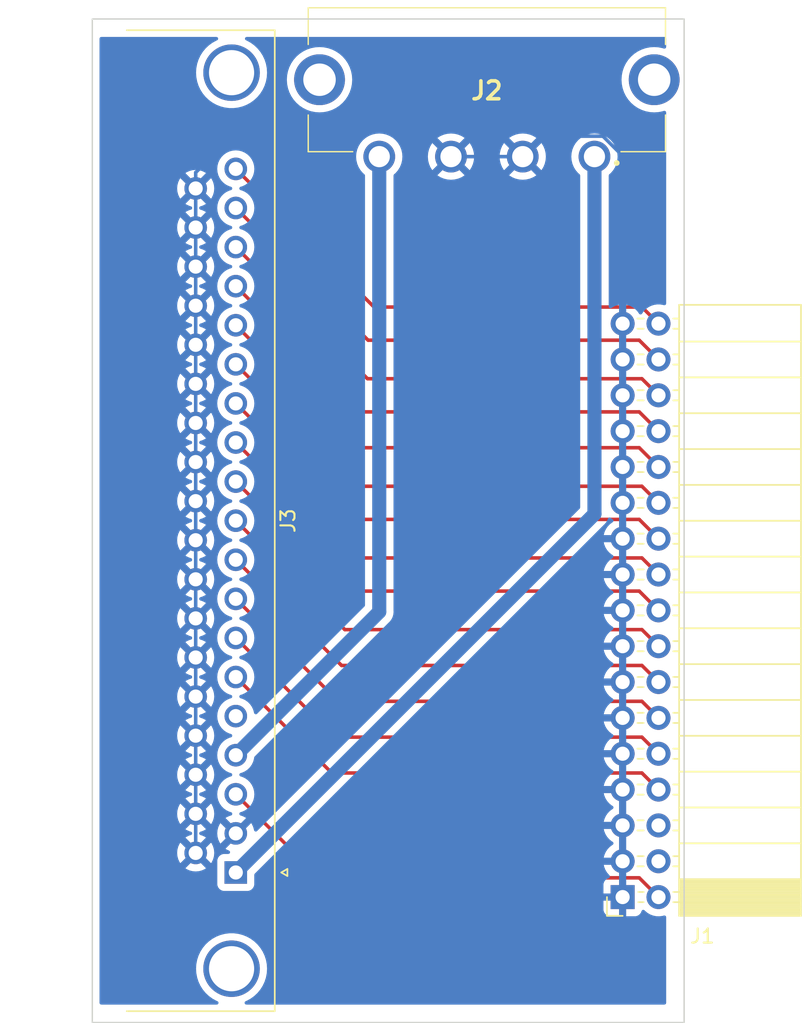
<source format=kicad_pcb>
(kicad_pcb (version 20211014) (generator pcbnew)
  (layers (0 "F.Cu" signal) (31 "B.Cu" signal) (34 "B.Paste" user) (35 "F.Paste" user) (36 "B.SilkS" user "B.Silkscreen") (37 "F.SilkS" user "F.Silkscreen") (38 "B.Mask" user) (39 "F.Mask" user) (44 "Edge.Cuts" user))
  (net 0 "")
  (net 1 "GND")
  (net 2 "/Density Select")
  (net 5 "/Index")
  (net 6 "/Motor 0")
  (net 7 "/Drive Select 1")
  (net 8 "/Drive Select 0")
  (net 9 "/Motor 1")
  (net 10 "/Direction")
  (net 11 "/Step")
  (net 12 "/Write Data")
  (net 13 "/Write Gate")
  (net 14 "/Track 0")
  (net 15 "/Write Protect")
  (net 16 "/Read Data")
  (net 17 "/Head Select")
  (net 18 "/Disk Change")
  (net 19 "+12V")
  (net 20 "+5V")
  (footprint "Connector_PinSocket_2.54mm:PinSocket_2x17_P2.54mm_Horizontal" (layer "F.Cu") (at 159.475 118.11 180)
    (fp_text reference "J1" (at -5.65 -2.77) (layer "F.SilkS"))
    (fp_text value "Floppy_Header")
    (fp_line (start -1.49 19.96) (end -1.05 19.96) (layer "F.SilkS") (width 0.12))
    (fp_line (start 1.11 -1.33) (end 1.11 0) (layer "F.SilkS") (width 0.12))
    (fp_line (start -12.63 -0.619525) (end -4 -0.619525) (layer "F.SilkS") (width 0.12))
    (fp_line (start -4 33.38) (end -3.59 33.38) (layer "F.SilkS") (width 0.12))
    (fp_line (start -12.63 0.797615) (end -4 0.797615) (layer "F.SilkS") (width 0.12))
    (fp_line (start -12.63 0.67952) (end -4 0.67952) (layer "F.SilkS") (width 0.12))
    (fp_line (start -4 35.92) (end -3.59 35.92) (layer "F.SilkS") (width 0.12))
    (fp_line (start -12.63 -1.091905) (end -4 -1.091905) (layer "F.SilkS") (width 0.12))
    (fp_line (start -4 20.68) (end -3.59 20.68) (layer "F.SilkS") (width 0.12))
    (fp_line (start -4 0.36) (end -3.59 0.36) (layer "F.SilkS") (width 0.12))
    (fp_line (start -12.63 19.05) (end -4 19.05) (layer "F.SilkS") (width 0.12))
    (fp_line (start -12.63 16.51) (end -4 16.51) (layer "F.SilkS") (width 0.12))
    (fp_line (start -12.63 -0.147145) (end -4 -0.147145) (layer "F.SilkS") (width 0.12))
    (fp_line (start -1.49 2.9) (end -1.05 2.9) (layer "F.SilkS") (width 0.12))
    (fp_line (start -4 30.84) (end -3.59 30.84) (layer "F.SilkS") (width 0.12))
    (fp_line (start -12.63 0.089045) (end -4 0.089045) (layer "F.SilkS") (width 0.12))
    (fp_line (start -1.49 20.68) (end -1.05 20.68) (layer "F.SilkS") (width 0.12))
    (fp_line (start -12.63 41.97) (end -4 41.97) (layer "F.SilkS") (width 0.12))
    (fp_line (start -4 40.28) (end -3.59 40.28) (layer "F.SilkS") (width 0.12))
    (fp_line (start -4 7.26) (end -3.59 7.26) (layer "F.SilkS") (width 0.12))
    (fp_line (start -4 41) (end -3.59 41) (layer "F.SilkS") (width 0.12))
    (fp_line (start -12.63 -0.97381) (end -4 -0.97381) (layer "F.SilkS") (width 0.12))
    (fp_line (start -12.63 8.89) (end -4 8.89) (layer "F.SilkS") (width 0.12))
    (fp_line (start -4 12.34) (end -3.59 12.34) (layer "F.SilkS") (width 0.12))
    (fp_line (start -4 17.42) (end -3.59 17.42) (layer "F.SilkS") (width 0.12))
    (fp_line (start -4 18.14) (end -3.59 18.14) (layer "F.SilkS") (width 0.12))
    (fp_line (start -1.49 9.8) (end -1.05 9.8) (layer "F.SilkS") (width 0.12))
    (fp_line (start -1.49 28.3) (end -1.05 28.3) (layer "F.SilkS") (width 0.12))
    (fp_line (start -4 28.3) (end -3.59 28.3) (layer "F.SilkS") (width 0.12))
    (fp_line (start -12.63 31.75) (end -4 31.75) (layer "F.SilkS") (width 0.12))
    (fp_line (start -12.63 11.43) (end -4 11.43) (layer "F.SilkS") (width 0.12))
    (fp_line (start -4 38.46) (end -3.59 38.46) (layer "F.SilkS") (width 0.12))
    (fp_line (start -1.49 30.12) (end -1.05 30.12) (layer "F.SilkS") (width 0.12))
    (fp_line (start -1.49 27.58) (end -1.05 27.58) (layer "F.SilkS") (width 0.12))
    (fp_line (start -12.63 -1.21) (end -4 -1.21) (layer "F.SilkS") (width 0.12))
    (fp_line (start -1.49 13.06) (end -1.05 13.06) (layer "F.SilkS") (width 0.12))
    (fp_line (start -12.63 24.13) (end -4 24.13) (layer "F.SilkS") (width 0.12))
    (fp_line (start -1.49 2.18) (end -1.05 2.18) (layer "F.SilkS") (width 0.12))
    (fp_line (start -1.49 41) (end -1.05 41) (layer "F.SilkS") (width 0.12))
    (fp_line (start -4 25.76) (end -3.59 25.76) (layer "F.SilkS") (width 0.12))
    (fp_line (start -12.63 3.81) (end -4 3.81) (layer "F.SilkS") (width 0.12))
    (fp_line (start -1.49 14.88) (end -1.05 14.88) (layer "F.SilkS") (width 0.12))
    (fp_line (start -12.63 -0.383335) (end -4 -0.383335) (layer "F.SilkS") (width 0.12))
    (fp_line (start -1.49 30.84) (end -1.05 30.84) (layer "F.SilkS") (width 0.12))
    (fp_line (start -4 7.98) (end -3.59 7.98) (layer "F.SilkS") (width 0.12))
    (fp_line (start -12.63 -0.50143) (end -4 -0.50143) (layer "F.SilkS") (width 0.12))
    (fp_line (start -1.49 -0.36) (end -1.11 -0.36) (layer "F.SilkS") (width 0.12))
    (fp_line (start -4 -1.33) (end -4 41.97) (layer "F.SilkS") (width 0.12))
    (fp_line (start -1.49 17.42) (end -1.05 17.42) (layer "F.SilkS") (width 0.12))
    (fp_line (start -4 15.6) (end -3.59 15.6) (layer "F.SilkS") (width 0.12))
    (fp_line (start -1.49 40.28) (end -1.05 40.28) (layer "F.SilkS") (width 0.12))
    (fp_line (start -4 25.04) (end -3.59 25.04) (layer "F.SilkS") (width 0.12))
    (fp_line (start -1.49 7.98) (end -1.05 7.98) (layer "F.SilkS") (width 0.12))
    (fp_line (start -4 5.44) (end -3.59 5.44) (layer "F.SilkS") (width 0.12))
    (fp_line (start -1.49 4.72) (end -1.05 4.72) (layer "F.SilkS") (width 0.12))
    (fp_line (start -1.49 38.46) (end -1.05 38.46) (layer "F.SilkS") (width 0.12))
    (fp_line (start -12.63 39.37) (end -4 39.37) (layer "F.SilkS") (width 0.12))
    (fp_line (start -1.49 23.22) (end -1.05 23.22) (layer "F.SilkS") (width 0.12))
    (fp_line (start -4 32.66) (end -3.59 32.66) (layer "F.SilkS") (width 0.12))
    (fp_line (start -12.63 0.44333) (end -4 0.44333) (layer "F.SilkS") (width 0.12))
    (fp_line (start -4 35.2) (end -3.59 35.2) (layer "F.SilkS") (width 0.12))
    (fp_line (start -1.49 10.52) (end -1.05 10.52) (layer "F.SilkS") (width 0.12))
    (fp_line (start -12.63 34.29) (end -4 34.29) (layer "F.SilkS") (width 0.12))
    (fp_line (start -4 13.06) (end -3.59 13.06) (layer "F.SilkS") (width 0.12))
    (fp_line (start -12.63 1.033805) (end -4 1.033805) (layer "F.SilkS") (width 0.12))
    (fp_line (start 0 -1.33) (end 1.11 -1.33) (layer "F.SilkS") (width 0.12))
    (fp_line (start -4 2.9) (end -3.59 2.9) (layer "F.SilkS") (width 0.12))
    (fp_line (start -4 30.12) (end -3.59 30.12) (layer "F.SilkS") (width 0.12))
    (fp_line (start -4 10.52) (end -3.59 10.52) (layer "F.SilkS") (width 0.12))
    (fp_line (start -4 2.18) (end -3.59 2.18) (layer "F.SilkS") (width 0.12))
    (fp_line (start -1.49 25.04) (end -1.05 25.04) (layer "F.SilkS") (width 0.12))
    (fp_line (start -4 37.74) (end -3.59 37.74) (layer "F.SilkS") (width 0.12))
    (fp_line (start -12.63 1.1519) (end -4 1.1519) (layer "F.SilkS") (width 0.12))
    (fp_line (start -12.63 1.27) (end -4 1.27) (layer "F.SilkS") (width 0.12))
    (fp_line (start -1.49 35.2) (end -1.05 35.2) (layer "F.SilkS") (width 0.12))
    (fp_line (start -1.49 12.34) (end -1.05 12.34) (layer "F.SilkS") (width 0.12))
    (fp_line (start -12.63 -0.855715) (end -4 -0.855715) (layer "F.SilkS") (width 0.12))
    (fp_line (start -4 22.5) (end -3.59 22.5) (layer "F.SilkS") (width 0.12))
    (fp_line (start -12.63 -0.02905) (end -4 -0.02905) (layer "F.SilkS") (width 0.12))
    (fp_line (start -4 4.72) (end -3.59 4.72) (layer "F.SilkS") (width 0.12))
    (fp_line (start -12.63 13.97) (end -4 13.97) (layer "F.SilkS") (width 0.12))
    (fp_line (start -1.49 37.74) (end -1.05 37.74) (layer "F.SilkS") (width 0.12))
    (fp_line (start -12.63 -1.33) (end -4 -1.33) (layer "F.SilkS") (width 0.12))
    (fp_line (start -1.49 0.36) (end -1.11 0.36) (layer "F.SilkS") (width 0.12))
    (fp_line (start -1.49 35.92) (end -1.05 35.92) (layer "F.SilkS") (width 0.12))
    (fp_line (start -1.49 33.38) (end -1.05 33.38) (layer "F.SilkS") (width 0.12))
    (fp_line (start -12.63 29.21) (end -4 29.21) (layer "F.SilkS") (width 0.12))
    (fp_line (start -1.49 7.26) (end -1.05 7.26) (layer "F.SilkS") (width 0.12))
    (fp_line (start -4 -0.36) (end -3.59 -0.36) (layer "F.SilkS") (width 0.12))
    (fp_line (start -12.63 -0.26524) (end -4 -0.26524) (layer "F.SilkS") (width 0.12))
    (fp_line (start -1.49 5.44) (end -1.05 5.44) (layer "F.SilkS") (width 0.12))
    (fp_line (start -12.63 0.325235) (end -4 0.325235) (layer "F.SilkS") (width 0.12))
    (fp_line (start -1.49 25.76) (end -1.05 25.76) (layer "F.SilkS") (width 0.12))
    (fp_line (start -12.63 26.67) (end -4 26.67) (layer "F.SilkS") (width 0.12))
    (fp_line (start -4 19.96) (end -3.59 19.96) (layer "F.SilkS") (width 0.12))
    (fp_line (start -4 9.8) (end -3.59 9.8) (layer "F.SilkS") (width 0.12))
    (fp_line (start -1.49 22.5) (end -1.05 22.5) (layer "F.SilkS") (width 0.12))
    (fp_line (start -12.63 0.91571) (end -4 0.91571) (layer "F.SilkS") (width 0.12))
    (fp_line (start -12.63 -1.33) (end -12.63 41.97) (layer "F.SilkS") (width 0.12))
    (fp_line (start -12.63 -0.73762) (end -4 -0.73762) (layer "F.SilkS") (width 0.12))
    (fp_line (start -12.63 21.59) (end -4 21.59) (layer "F.SilkS") (width 0.12))
    (fp_line (start -12.63 0.561425) (end -4 0.561425) (layer "F.SilkS") (width 0.12))
    (fp_line (start -12.63 6.35) (end -4 6.35) (layer "F.SilkS") (width 0.12))
    (fp_line (start -12.63 36.83) (end -4 36.83) (layer "F.SilkS") (width 0.12))
    (fp_line (start -1.49 32.66) (end -1.05 32.66) (layer "F.SilkS") (width 0.12))
    (fp_line (start -1.49 15.6) (end -1.05 15.6) (layer "F.SilkS") (width 0.12))
    (fp_line (start -4 27.58) (end -3.59 27.58) (layer "F.SilkS") (width 0.12))
    (fp_line (start -12.63 0.20714) (end -4 0.20714) (layer "F.SilkS") (width 0.12))
    (fp_line (start -4 23.22) (end -3.59 23.22) (layer "F.SilkS") (width 0.12))
    (fp_line (start -4 14.88) (end -3.59 14.88) (layer "F.SilkS") (width 0.12))
    (fp_line (start -1.49 18.14) (end -1.05 18.14) (layer "F.SilkS") (width 0.12))
    (pad "1" thru_hole rect (at 0 0 180) (size 1.7 1.7) (drill 1) (layers *.Cu *.Mask) (net 1 "GND"))
    (pad "2" thru_hole oval (at -2.54 0 180) (size 1.7 1.7) (drill 1) (layers *.Cu *.Mask) (net 2 "/Density Select"))
    (pad "3" thru_hole oval (at 0 2.54 180) (size 1.7 1.7) (drill 1) (layers *.Cu *.Mask) (net 1 "GND"))
    (pad "4" thru_hole oval (at -2.54 2.54 180) (size 1.7 1.7) (drill 1) (layers *.Cu *.Mask))
    (pad "5" thru_hole oval (at 0 5.08 180) (size 1.7 1.7) (drill 1) (layers *.Cu *.Mask) (net 1 "GND"))
    (pad "6" thru_hole oval (at -2.54 5.08 180) (size 1.7 1.7) (drill 1) (layers *.Cu *.Mask))
    (pad "7" thru_hole oval (at 0 7.62 180) (size 1.7 1.7) (drill 1) (layers *.Cu *.Mask) (net 1 "GND"))
    (pad "8" thru_hole oval (at -2.54 7.62 180) (size 1.7 1.7) (drill 1) (layers *.Cu *.Mask) (net 5 "/Index"))
    (pad "9" thru_hole oval (at 0 10.16 180) (size 1.7 1.7) (drill 1) (layers *.Cu *.Mask) (net 1 "GND"))
    (pad "10" thru_hole oval (at -2.54 10.16 180) (size 1.7 1.7) (drill 1) (layers *.Cu *.Mask) (net 6 "/Motor 0"))
    (pad "11" thru_hole oval (at 0 12.7 180) (size 1.7 1.7) (drill 1) (layers *.Cu *.Mask) (net 1 "GND"))
    (pad "12" thru_hole oval (at -2.54 12.7 180) (size 1.7 1.7) (drill 1) (layers *.Cu *.Mask) (net 7 "/Drive Select 1"))
    (pad "13" thru_hole oval (at 0 15.24 180) (size 1.7 1.7) (drill 1) (layers *.Cu *.Mask) (net 1 "GND"))
    (pad "14" thru_hole oval (at -2.54 15.24 180) (size 1.7 1.7) (drill 1) (layers *.Cu *.Mask) (net 8 "/Drive Select 0"))
    (pad "15" thru_hole oval (at 0 17.78 180) (size 1.7 1.7) (drill 1) (layers *.Cu *.Mask) (net 1 "GND"))
    (pad "16" thru_hole oval (at -2.54 17.78 180) (size 1.7 1.7) (drill 1) (layers *.Cu *.Mask) (net 9 "/Motor 1"))
    (pad "17" thru_hole oval (at 0 20.32 180) (size 1.7 1.7) (drill 1) (layers *.Cu *.Mask) (net 1 "GND"))
    (pad "18" thru_hole oval (at -2.54 20.32 180) (size 1.7 1.7) (drill 1) (layers *.Cu *.Mask) (net 10 "/Direction"))
    (pad "19" thru_hole oval (at 0 22.86 180) (size 1.7 1.7) (drill 1) (layers *.Cu *.Mask) (net 1 "GND"))
    (pad "20" thru_hole oval (at -2.54 22.86 180) (size 1.7 1.7) (drill 1) (layers *.Cu *.Mask) (net 11 "/Step"))
    (pad "21" thru_hole oval (at 0 25.4 180) (size 1.7 1.7) (drill 1) (layers *.Cu *.Mask) (net 1 "GND"))
    (pad "22" thru_hole oval (at -2.54 25.4 180) (size 1.7 1.7) (drill 1) (layers *.Cu *.Mask) (net 12 "/Write Data"))
    (pad "23" thru_hole oval (at 0 27.94 180) (size 1.7 1.7) (drill 1) (layers *.Cu *.Mask) (net 1 "GND"))
    (pad "24" thru_hole oval (at -2.54 27.94 180) (size 1.7 1.7) (drill 1) (layers *.Cu *.Mask) (net 13 "/Write Gate"))
    (pad "25" thru_hole oval (at 0 30.48 180) (size 1.7 1.7) (drill 1) (layers *.Cu *.Mask) (net 1 "GND"))
    (pad "26" thru_hole oval (at -2.54 30.48 180) (size 1.7 1.7) (drill 1) (layers *.Cu *.Mask) (net 14 "/Track 0"))
    (pad "27" thru_hole oval (at 0 33.02 180) (size 1.7 1.7) (drill 1) (layers *.Cu *.Mask) (net 1 "GND"))
    (pad "28" thru_hole oval (at -2.54 33.02 180) (size 1.7 1.7) (drill 1) (layers *.Cu *.Mask) (net 15 "/Write Protect"))
    (pad "29" thru_hole oval (at 0 35.56 180) (size 1.7 1.7) (drill 1) (layers *.Cu *.Mask) (net 1 "GND"))
    (pad "30" thru_hole oval (at -2.54 35.56 180) (size 1.7 1.7) (drill 1) (layers *.Cu *.Mask) (net 16 "/Read Data"))
    (pad "31" thru_hole oval (at 0 38.1 180) (size 1.7 1.7) (drill 1) (layers *.Cu *.Mask) (net 1 "GND"))
    (pad "32" thru_hole oval (at -2.54 38.1 180) (size 1.7 1.7) (drill 1) (layers *.Cu *.Mask) (net 17 "/Head Select"))
    (pad "33" thru_hole oval (at 0 40.64 180) (size 1.7 1.7) (drill 1) (layers *.Cu *.Mask) (net 1 "GND"))
    (pad "34" thru_hole oval (at -2.54 40.64 180) (size 1.7 1.7) (drill 1) (layers *.Cu *.Mask) (net 18 "/Disk Change"))
  )
  (footprint "TE-Conn:1745521" (layer "F.Cu") (at 157.48 65.635)
    (fp_text reference "J2" (at -7.62 -4.675) (layer "F.SilkS") (effects (font (size 1.27 1.27) (thickness 0.254))))
    (fp_text value "TE 174552-1" hide)
    (fp_line (start 1.88 -0.35) (end 5.03 -0.35) (layer "F.SilkS") (width 0.1))
    (fp_line (start 1.58 0.55) (end 1.58 0.55) (layer "F.SilkS") (width 0.2))
    (fp_line (start 5.03 -0.35) (end 5.03 -2.95) (layer "F.SilkS") (width 0.1))
    (fp_line (start -17.12 -0.35) (end -20.27 -0.35) (layer "F.SilkS") (width 0.1))
    (fp_line (start 5.03 -10.55) (end 5.03 -7.95) (layer "F.SilkS") (width 0.1))
    (fp_line (start -20.27 -0.35) (end -20.27 -2.95) (layer "F.SilkS") (width 0.1))
    (fp_line (start 1.58 0.35) (end 1.58 0.35) (layer "F.SilkS") (width 0.2))
    (fp_line (start -20.27 -7.95) (end -20.27 -10.55) (layer "F.SilkS") (width 0.1))
    (fp_line (start -20.27 -10.55) (end 5.03 -10.55) (layer "F.SilkS") (width 0.1))
    (fp_arc (start 1.58 0.35) (mid 1.68 0.45) (end 1.58 0.55) (layer "F.SilkS") (width 0.2))
    (fp_arc (start 1.58 0.55) (mid 1.48 0.45) (end 1.58 0.35) (layer "F.SilkS") (width 0.2))
    (pad "1" thru_hole circle locked (at 0 0) (size 2.25 2.25) (drill 1.5) (layers *.Cu *.Mask) (net 19 "+12V"))
    (pad "2" thru_hole circle locked (at -5.08 0) (size 2.25 2.25) (drill 1.5) (layers *.Cu *.Mask) (net 1 "GND"))
    (pad "3" thru_hole circle locked (at -10.16 0) (size 2.25 2.25) (drill 1.5) (layers *.Cu *.Mask) (net 1 "GND"))
    (pad "4" thru_hole circle locked (at -15.24 0) (size 2.25 2.25) (drill 1.5) (layers *.Cu *.Mask) (net 20 "+5V"))
    (pad "MH1" thru_hole circle locked (at -19.47 -5.45) (size 3.6 3.6) (drill 2.3) (layers *.Cu *.Mask))
    (pad "MH2" thru_hole circle locked (at 4.23 -5.45) (size 3.6 3.6) (drill 2.3) (layers *.Cu *.Mask))
  )
  (footprint "Connector_Dsub:DSUB-37_Female_Horizontal_P2.77x2.84mm_EdgePinOffset4.94mm_Housed_MountingHolesOffset7.48mm" (layer "F.Cu") (at 132.08 116.365 -90)
    (fp_text reference "J3" (at -24.93 -3.7 90) (layer "F.SilkS"))
    (fp_text value "Floppy_External_Interface_Powered")
    (fp_line (start 0.25 -3.654338) (end 0 -3.221325) (layer "F.SilkS") (width 0.12))
    (fp_line (start 0 -3.221325) (end -0.25 -3.654338) (layer "F.SilkS") (width 0.12))
    (fp_line (start -59.69 7.72) (end -59.69 -2.76) (layer "F.SilkS") (width 0.12))
    (fp_line (start 9.83 -2.76) (end 9.83 7.72) (layer "F.SilkS") (width 0.12))
    (fp_line (start -59.69 -2.76) (end 9.83 -2.76) (layer "F.SilkS") (width 0.12))
    (fp_line (start -0.25 -3.654338) (end 0.25 -3.654338) (layer "F.SilkS") (width 0.12))
    (pad "0" thru_hole circle (at 6.82 0.3 270) (size 4 4) (drill 3.2) (layers *.Cu *.Mask))
    (pad "0" thru_hole circle (at -56.68 0.3 270) (size 4 4) (drill 3.2) (layers *.Cu *.Mask))
    (pad "1" thru_hole rect (at 0 0 270) (size 1.6 1.6) (drill 1) (layers *.Cu *.Mask) (net 19 "+12V"))
    (pad "2" thru_hole circle (at -2.77 0 270) (size 1.6 1.6) (drill 1) (layers *.Cu *.Mask) (net 1 "GND"))
    (pad "3" thru_hole circle (at -5.54 0 270) (size 1.6 1.6) (drill 1) (layers *.Cu *.Mask) (net 2 "/Density Select"))
    (pad "4" thru_hole circle (at -8.31 0 270) (size 1.6 1.6) (drill 1) (layers *.Cu *.Mask) (net 20 "+5V"))
    (pad "5" thru_hole circle (at -11.08 0 270) (size 1.6 1.6) (drill 1) (layers *.Cu *.Mask))
    (pad "6" thru_hole circle (at -13.85 0 270) (size 1.6 1.6) (drill 1) (layers *.Cu *.Mask) (net 5 "/Index"))
    (pad "7" thru_hole circle (at -16.62 0 270) (size 1.6 1.6) (drill 1) (layers *.Cu *.Mask) (net 6 "/Motor 0"))
    (pad "8" thru_hole circle (at -19.39 0 270) (size 1.6 1.6) (drill 1) (layers *.Cu *.Mask) (net 7 "/Drive Select 1"))
    (pad "9" thru_hole circle (at -22.16 0 270) (size 1.6 1.6) (drill 1) (layers *.Cu *.Mask) (net 8 "/Drive Select 0"))
    (pad "10" thru_hole circle (at -24.93 0 270) (size 1.6 1.6) (drill 1) (layers *.Cu *.Mask) (net 9 "/Motor 1"))
    (pad "11" thru_hole circle (at -27.7 0 270) (size 1.6 1.6) (drill 1) (layers *.Cu *.Mask) (net 10 "/Direction"))
    (pad "12" thru_hole circle (at -30.47 0 270) (size 1.6 1.6) (drill 1) (layers *.Cu *.Mask) (net 11 "/Step"))
    (pad "13" thru_hole circle (at -33.24 0 270) (size 1.6 1.6) (drill 1) (layers *.Cu *.Mask) (net 12 "/Write Data"))
    (pad "14" thru_hole circle (at -36.01 0 270) (size 1.6 1.6) (drill 1) (layers *.Cu *.Mask) (net 13 "/Write Gate"))
    (pad "15" thru_hole circle (at -38.78 0 270) (size 1.6 1.6) (drill 1) (layers *.Cu *.Mask) (net 14 "/Track 0"))
    (pad "16" thru_hole circle (at -41.55 0 270) (size 1.6 1.6) (drill 1) (layers *.Cu *.Mask) (net 15 "/Write Protect"))
    (pad "17" thru_hole circle (at -44.32 0 270) (size 1.6 1.6) (drill 1) (layers *.Cu *.Mask) (net 16 "/Read Data"))
    (pad "18" thru_hole circle (at -47.09 0 270) (size 1.6 1.6) (drill 1) (layers *.Cu *.Mask) (net 17 "/Head Select"))
    (pad "19" thru_hole circle (at -49.86 0 270) (size 1.6 1.6) (drill 1) (layers *.Cu *.Mask) (net 18 "/Disk Change"))
    (pad "20" thru_hole circle (at -1.385 2.84 270) (size 1.6 1.6) (drill 1) (layers *.Cu *.Mask) (net 1 "GND"))
    (pad "21" thru_hole circle (at -4.155 2.84 270) (size 1.6 1.6) (drill 1) (layers *.Cu *.Mask) (net 1 "GND"))
    (pad "22" thru_hole circle (at -6.925 2.84 270) (size 1.6 1.6) (drill 1) (layers *.Cu *.Mask) (net 1 "GND"))
    (pad "23" thru_hole circle (at -9.695 2.84 270) (size 1.6 1.6) (drill 1) (layers *.Cu *.Mask) (net 1 "GND"))
    (pad "24" thru_hole circle (at -12.465 2.84 270) (size 1.6 1.6) (drill 1) (layers *.Cu *.Mask) (net 1 "GND"))
    (pad "25" thru_hole circle (at -15.235 2.84 270) (size 1.6 1.6) (drill 1) (layers *.Cu *.Mask) (net 1 "GND"))
    (pad "26" thru_hole circle (at -18.005 2.84 270) (size 1.6 1.6) (drill 1) (layers *.Cu *.Mask) (net 1 "GND"))
    (pad "27" thru_hole circle (at -20.775 2.84 270) (size 1.6 1.6) (drill 1) (layers *.Cu *.Mask) (net 1 "GND"))
    (pad "28" thru_hole circle (at -23.545 2.84 270) (size 1.6 1.6) (drill 1) (layers *.Cu *.Mask) (net 1 "GND"))
    (pad "29" thru_hole circle (at -26.315 2.84 270) (size 1.6 1.6) (drill 1) (layers *.Cu *.Mask) (net 1 "GND"))
    (pad "30" thru_hole circle (at -29.085 2.84 270) (size 1.6 1.6) (drill 1) (layers *.Cu *.Mask) (net 1 "GND"))
    (pad "31" thru_hole circle (at -31.855 2.84 270) (size 1.6 1.6) (drill 1) (layers *.Cu *.Mask) (net 1 "GND"))
    (pad "32" thru_hole circle (at -34.625 2.84 270) (size 1.6 1.6) (drill 1) (layers *.Cu *.Mask) (net 1 "GND"))
    (pad "33" thru_hole circle (at -37.395 2.84 270) (size 1.6 1.6) (drill 1) (layers *.Cu *.Mask) (net 1 "GND"))
    (pad "34" thru_hole circle (at -40.165 2.84 270) (size 1.6 1.6) (drill 1) (layers *.Cu *.Mask) (net 1 "GND"))
    (pad "35" thru_hole circle (at -42.935 2.84 270) (size 1.6 1.6) (drill 1) (layers *.Cu *.Mask) (net 1 "GND"))
    (pad "36" thru_hole circle (at -45.705 2.84 270) (size 1.6 1.6) (drill 1) (layers *.Cu *.Mask) (net 1 "GND"))
    (pad "37" thru_hole circle (at -48.475 2.84 270) (size 1.6 1.6) (drill 1) (layers *.Cu *.Mask) (net 1 "GND"))
  )
  (gr_rect (start 163.83 55.88) (end 121.92 127) (layer "Edge.Cuts") (width 0.1) (fill none))
  (segment (start 132.49863 63.5) (end 145.185 63.5) (width 0.25) (layer "B.Cu") (net 1))
  (segment (start 159.475 118.11) (end 159.475 77.47) (width 0.25) (layer "B.Cu") (net 1))
  (segment (start 158.080408 64.185489) (end 153.849511 64.185489) (width 0.25) (layer "B.Cu") (net 1))
  (segment (start 129.24 66.75863) (end 132.49863 63.5) (width 0.25) (layer "B.Cu") (net 1))
  (segment (start 159.475 65.580081) (end 158.080408 64.185489) (width 0.25) (layer "B.Cu") (net 1))
  (segment (start 145.185 63.5) (end 147.32 65.635) (width 0.25) (layer "B.Cu") (net 1))
  (segment (start 147.32 65.635) (end 152.4 65.635) (width 0.25) (layer "B.Cu") (net 1))
  (segment (start 159.475 77.47) (end 159.475 65.580081) (width 0.25) (layer "B.Cu") (net 1))
  (segment (start 129.24 67.89) (end 129.24 66.75863) (width 0.25) (layer "B.Cu") (net 1))
  (segment (start 153.849511 64.185489) (end 152.4 65.635) (width 0.25) (layer "B.Cu") (net 1))
  (segment (start 129.24 67.89) (end 129.24 114.98) (width 0.25) (layer "B.Cu") (net 1))
  (segment (start 137.999511 116.744511) (end 132.08 110.825) (width 0.25) (layer "F.Cu") (net 2))
  (segment (start 160.649511 116.744511) (end 137.999511 116.744511) (width 0.25) (layer "F.Cu") (net 2))
  (segment (start 162.015 118.11) (end 160.649511 116.744511) (width 0.25) (layer "F.Cu") (net 2))
  (segment (start 138.880489 109.315489) (end 132.08 102.515) (width 0.25) (layer "F.Cu") (net 5))
  (segment (start 160.840489 109.315489) (end 138.880489 109.315489) (width 0.25) (layer "F.Cu") (net 5))
  (segment (start 162.015 110.49) (end 160.840489 109.315489) (width 0.25) (layer "F.Cu") (net 5))
  (segment (start 139.110489 106.775489) (end 132.08 99.745) (width 0.25) (layer "F.Cu") (net 6))
  (segment (start 162.015 107.95) (end 160.840489 106.775489) (width 0.25) (layer "F.Cu") (net 6))
  (segment (start 160.840489 106.775489) (end 139.110489 106.775489) (width 0.25) (layer "F.Cu") (net 6))
  (segment (start 160.840489 104.235489) (end 139.340489 104.235489) (width 0.25) (layer "F.Cu") (net 7))
  (segment (start 162.015 105.41) (end 160.840489 104.235489) (width 0.25) (layer "F.Cu") (net 7))
  (segment (start 139.340489 104.235489) (end 132.08 96.975) (width 0.25) (layer "F.Cu") (net 7))
  (segment (start 160.840489 101.695489) (end 139.570489 101.695489) (width 0.25) (layer "F.Cu") (net 8))
  (segment (start 162.015 102.87) (end 160.840489 101.695489) (width 0.25) (layer "F.Cu") (net 8))
  (segment (start 139.570489 101.695489) (end 132.08 94.205) (width 0.25) (layer "F.Cu") (net 8))
  (segment (start 139.800489 99.155489) (end 132.08 91.435) (width 0.25) (layer "F.Cu") (net 9))
  (segment (start 160.840489 99.155489) (end 139.800489 99.155489) (width 0.25) (layer "F.Cu") (net 9))
  (segment (start 162.015 100.33) (end 160.840489 99.155489) (width 0.25) (layer "F.Cu") (net 9))
  (segment (start 139.839511 96.424511) (end 132.08 88.665) (width 0.25) (layer "F.Cu") (net 10))
  (segment (start 160.649511 96.424511) (end 139.839511 96.424511) (width 0.25) (layer "F.Cu") (net 10))
  (segment (start 162.015 97.79) (end 160.649511 96.424511) (width 0.25) (layer "F.Cu") (net 10))
  (segment (start 160.840489 94.075489) (end 140.260489 94.075489) (width 0.25) (layer "F.Cu") (net 11))
  (segment (start 140.260489 94.075489) (end 132.08 85.895) (width 0.25) (layer "F.Cu") (net 11))
  (segment (start 162.015 95.25) (end 160.840489 94.075489) (width 0.25) (layer "F.Cu") (net 11))
  (segment (start 162.015 92.71) (end 160.649511 91.344511) (width 0.25) (layer "F.Cu") (net 12))
  (segment (start 140.299511 91.344511) (end 132.08 83.125) (width 0.25) (layer "F.Cu") (net 12))
  (segment (start 160.649511 91.344511) (end 140.299511 91.344511) (width 0.25) (layer "F.Cu") (net 12))
  (segment (start 160.840489 88.995489) (end 140.720489 88.995489) (width 0.25) (layer "F.Cu") (net 13))
  (segment (start 140.720489 88.995489) (end 132.08 80.355) (width 0.25) (layer "F.Cu") (net 13))
  (segment (start 162.015 90.17) (end 160.840489 88.995489) (width 0.25) (layer "F.Cu") (net 13))
  (segment (start 160.649511 86.264511) (end 140.759511 86.264511) (width 0.25) (layer "F.Cu") (net 14))
  (segment (start 162.015 87.63) (end 160.649511 86.264511) (width 0.25) (layer "F.Cu") (net 14))
  (segment (start 140.759511 86.264511) (end 132.08 77.585) (width 0.25) (layer "F.Cu") (net 14))
  (segment (start 160.649511 83.724511) (end 140.989511 83.724511) (width 0.25) (layer "F.Cu") (net 15))
  (segment (start 162.015 85.09) (end 160.649511 83.724511) (width 0.25) (layer "F.Cu") (net 15))
  (segment (start 140.989511 83.724511) (end 132.08 74.815) (width 0.25) (layer "F.Cu") (net 15))
  (segment (start 160.840489 81.375489) (end 141.410489 81.375489) (width 0.25) (layer "F.Cu") (net 16))
  (segment (start 162.015 82.55) (end 160.840489 81.375489) (width 0.25) (layer "F.Cu") (net 16))
  (segment (start 141.410489 81.375489) (end 132.08 72.045) (width 0.25) (layer "F.Cu") (net 16))
  (segment (start 160.649511 78.644511) (end 141.449511 78.644511) (width 0.25) (layer "F.Cu") (net 17))
  (segment (start 162.015 80.01) (end 160.649511 78.644511) (width 0.25) (layer "F.Cu") (net 17))
  (segment (start 141.449511 78.644511) (end 132.08 69.275) (width 0.25) (layer "F.Cu") (net 17))
  (segment (start 162.015 77.47) (end 160.840489 76.295489) (width 0.25) (layer "F.Cu") (net 18))
  (segment (start 160.840489 76.295489) (end 141.870489 76.295489) (width 0.25) (layer "F.Cu") (net 18))
  (segment (start 141.870489 76.295489) (end 132.08 66.505) (width 0.25) (layer "F.Cu") (net 18))
  (segment (start 157.48 90.965) (end 132.08 116.365) (width 1) (layer "B.Cu") (net 19))
  (segment (start 157.48 65.635) (end 157.48 90.965) (width 1) (layer "B.Cu") (net 19))
  (segment (start 142.24 97.895) (end 132.08 108.055) (width 1) (layer "B.Cu") (net 20))
  (segment (start 142.24 65.635) (end 142.24 97.895) (width 1) (layer "B.Cu") (net 20))
  (zone (net 1) (net_name "GND") (layer "B.Cu") (connect_pads (clearance 0.508)) (min_thickness 0.254) (fill yes (thermal_gap 0.508) (thermal_bridge_width 0.508))
    (polygon (pts (xy 162.56 125.73) (xy 118.11 125.73) (xy 118.11 57.15) (xy 162.56 57.15)))
  )
)
</source>
